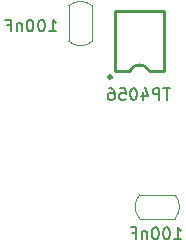
<source format=gbo>
G04 Layer: BottomSilkscreenLayer*
G04 EasyEDA Pro v2.2.27.1, 2024-09-15 10:59:50*
G04 Gerber Generator version 0.3*
G04 Scale: 100 percent, Rotated: No, Reflected: No*
G04 Dimensions in millimeters*
G04 Leading zeros omitted, absolute positions, 3 integers and 5 decimals*
%TF.GenerationSoftware,KiCad,Pcbnew,8.0.5*%
%TF.CreationDate,2024-10-25T22:44:06+08:00*%
%TF.ProjectId,TP4056_Lithium_battery_charging,54503430-3536-45f4-9c69-746869756d5f,rev?*%
%TF.SameCoordinates,Original*%
%TF.FileFunction,Legend,Bot*%
%TF.FilePolarity,Positive*%
%FSLAX46Y46*%
G04 Gerber Fmt 4.6, Leading zero omitted, Abs format (unit mm)*
G04 Created by KiCad (PCBNEW 8.0.5) date 2024-10-25 22:44:06*
%MOMM*%
%LPD*%
G01*
G04 APERTURE LIST*
%ADD10C,0.150000*%
%ADD11C,0.120000*%
%ADD12C,0.254000*%
G04 APERTURE END LIST*
D10*
X125947619Y-124754819D02*
X126519047Y-124754819D01*
X126233333Y-124754819D02*
X126233333Y-123754819D01*
X126233333Y-123754819D02*
X126328571Y-123897676D01*
X126328571Y-123897676D02*
X126423809Y-123992914D01*
X126423809Y-123992914D02*
X126519047Y-124040533D01*
X125328571Y-123754819D02*
X125233333Y-123754819D01*
X125233333Y-123754819D02*
X125138095Y-123802438D01*
X125138095Y-123802438D02*
X125090476Y-123850057D01*
X125090476Y-123850057D02*
X125042857Y-123945295D01*
X125042857Y-123945295D02*
X124995238Y-124135771D01*
X124995238Y-124135771D02*
X124995238Y-124373866D01*
X124995238Y-124373866D02*
X125042857Y-124564342D01*
X125042857Y-124564342D02*
X125090476Y-124659580D01*
X125090476Y-124659580D02*
X125138095Y-124707200D01*
X125138095Y-124707200D02*
X125233333Y-124754819D01*
X125233333Y-124754819D02*
X125328571Y-124754819D01*
X125328571Y-124754819D02*
X125423809Y-124707200D01*
X125423809Y-124707200D02*
X125471428Y-124659580D01*
X125471428Y-124659580D02*
X125519047Y-124564342D01*
X125519047Y-124564342D02*
X125566666Y-124373866D01*
X125566666Y-124373866D02*
X125566666Y-124135771D01*
X125566666Y-124135771D02*
X125519047Y-123945295D01*
X125519047Y-123945295D02*
X125471428Y-123850057D01*
X125471428Y-123850057D02*
X125423809Y-123802438D01*
X125423809Y-123802438D02*
X125328571Y-123754819D01*
X124376190Y-123754819D02*
X124280952Y-123754819D01*
X124280952Y-123754819D02*
X124185714Y-123802438D01*
X124185714Y-123802438D02*
X124138095Y-123850057D01*
X124138095Y-123850057D02*
X124090476Y-123945295D01*
X124090476Y-123945295D02*
X124042857Y-124135771D01*
X124042857Y-124135771D02*
X124042857Y-124373866D01*
X124042857Y-124373866D02*
X124090476Y-124564342D01*
X124090476Y-124564342D02*
X124138095Y-124659580D01*
X124138095Y-124659580D02*
X124185714Y-124707200D01*
X124185714Y-124707200D02*
X124280952Y-124754819D01*
X124280952Y-124754819D02*
X124376190Y-124754819D01*
X124376190Y-124754819D02*
X124471428Y-124707200D01*
X124471428Y-124707200D02*
X124519047Y-124659580D01*
X124519047Y-124659580D02*
X124566666Y-124564342D01*
X124566666Y-124564342D02*
X124614285Y-124373866D01*
X124614285Y-124373866D02*
X124614285Y-124135771D01*
X124614285Y-124135771D02*
X124566666Y-123945295D01*
X124566666Y-123945295D02*
X124519047Y-123850057D01*
X124519047Y-123850057D02*
X124471428Y-123802438D01*
X124471428Y-123802438D02*
X124376190Y-123754819D01*
X123614285Y-124088152D02*
X123614285Y-124754819D01*
X123614285Y-124183390D02*
X123566666Y-124135771D01*
X123566666Y-124135771D02*
X123471428Y-124088152D01*
X123471428Y-124088152D02*
X123328571Y-124088152D01*
X123328571Y-124088152D02*
X123233333Y-124135771D01*
X123233333Y-124135771D02*
X123185714Y-124231009D01*
X123185714Y-124231009D02*
X123185714Y-124754819D01*
X122376190Y-124231009D02*
X122709523Y-124231009D01*
X122709523Y-124754819D02*
X122709523Y-123754819D01*
X122709523Y-123754819D02*
X122233333Y-123754819D01*
X115347619Y-107154819D02*
X115919047Y-107154819D01*
X115633333Y-107154819D02*
X115633333Y-106154819D01*
X115633333Y-106154819D02*
X115728571Y-106297676D01*
X115728571Y-106297676D02*
X115823809Y-106392914D01*
X115823809Y-106392914D02*
X115919047Y-106440533D01*
X114728571Y-106154819D02*
X114633333Y-106154819D01*
X114633333Y-106154819D02*
X114538095Y-106202438D01*
X114538095Y-106202438D02*
X114490476Y-106250057D01*
X114490476Y-106250057D02*
X114442857Y-106345295D01*
X114442857Y-106345295D02*
X114395238Y-106535771D01*
X114395238Y-106535771D02*
X114395238Y-106773866D01*
X114395238Y-106773866D02*
X114442857Y-106964342D01*
X114442857Y-106964342D02*
X114490476Y-107059580D01*
X114490476Y-107059580D02*
X114538095Y-107107200D01*
X114538095Y-107107200D02*
X114633333Y-107154819D01*
X114633333Y-107154819D02*
X114728571Y-107154819D01*
X114728571Y-107154819D02*
X114823809Y-107107200D01*
X114823809Y-107107200D02*
X114871428Y-107059580D01*
X114871428Y-107059580D02*
X114919047Y-106964342D01*
X114919047Y-106964342D02*
X114966666Y-106773866D01*
X114966666Y-106773866D02*
X114966666Y-106535771D01*
X114966666Y-106535771D02*
X114919047Y-106345295D01*
X114919047Y-106345295D02*
X114871428Y-106250057D01*
X114871428Y-106250057D02*
X114823809Y-106202438D01*
X114823809Y-106202438D02*
X114728571Y-106154819D01*
X113776190Y-106154819D02*
X113680952Y-106154819D01*
X113680952Y-106154819D02*
X113585714Y-106202438D01*
X113585714Y-106202438D02*
X113538095Y-106250057D01*
X113538095Y-106250057D02*
X113490476Y-106345295D01*
X113490476Y-106345295D02*
X113442857Y-106535771D01*
X113442857Y-106535771D02*
X113442857Y-106773866D01*
X113442857Y-106773866D02*
X113490476Y-106964342D01*
X113490476Y-106964342D02*
X113538095Y-107059580D01*
X113538095Y-107059580D02*
X113585714Y-107107200D01*
X113585714Y-107107200D02*
X113680952Y-107154819D01*
X113680952Y-107154819D02*
X113776190Y-107154819D01*
X113776190Y-107154819D02*
X113871428Y-107107200D01*
X113871428Y-107107200D02*
X113919047Y-107059580D01*
X113919047Y-107059580D02*
X113966666Y-106964342D01*
X113966666Y-106964342D02*
X114014285Y-106773866D01*
X114014285Y-106773866D02*
X114014285Y-106535771D01*
X114014285Y-106535771D02*
X113966666Y-106345295D01*
X113966666Y-106345295D02*
X113919047Y-106250057D01*
X113919047Y-106250057D02*
X113871428Y-106202438D01*
X113871428Y-106202438D02*
X113776190Y-106154819D01*
X113014285Y-106488152D02*
X113014285Y-107154819D01*
X113014285Y-106583390D02*
X112966666Y-106535771D01*
X112966666Y-106535771D02*
X112871428Y-106488152D01*
X112871428Y-106488152D02*
X112728571Y-106488152D01*
X112728571Y-106488152D02*
X112633333Y-106535771D01*
X112633333Y-106535771D02*
X112585714Y-106631009D01*
X112585714Y-106631009D02*
X112585714Y-107154819D01*
X111776190Y-106631009D02*
X112109523Y-106631009D01*
X112109523Y-107154819D02*
X112109523Y-106154819D01*
X112109523Y-106154819D02*
X111633333Y-106154819D01*
X125590475Y-111954819D02*
X125019047Y-111954819D01*
X125304761Y-112954819D02*
X125304761Y-111954819D01*
X124685713Y-112954819D02*
X124685713Y-111954819D01*
X124685713Y-111954819D02*
X124304761Y-111954819D01*
X124304761Y-111954819D02*
X124209523Y-112002438D01*
X124209523Y-112002438D02*
X124161904Y-112050057D01*
X124161904Y-112050057D02*
X124114285Y-112145295D01*
X124114285Y-112145295D02*
X124114285Y-112288152D01*
X124114285Y-112288152D02*
X124161904Y-112383390D01*
X124161904Y-112383390D02*
X124209523Y-112431009D01*
X124209523Y-112431009D02*
X124304761Y-112478628D01*
X124304761Y-112478628D02*
X124685713Y-112478628D01*
X123257142Y-112288152D02*
X123257142Y-112954819D01*
X123495237Y-111907200D02*
X123733332Y-112621485D01*
X123733332Y-112621485D02*
X123114285Y-112621485D01*
X122542856Y-111954819D02*
X122447618Y-111954819D01*
X122447618Y-111954819D02*
X122352380Y-112002438D01*
X122352380Y-112002438D02*
X122304761Y-112050057D01*
X122304761Y-112050057D02*
X122257142Y-112145295D01*
X122257142Y-112145295D02*
X122209523Y-112335771D01*
X122209523Y-112335771D02*
X122209523Y-112573866D01*
X122209523Y-112573866D02*
X122257142Y-112764342D01*
X122257142Y-112764342D02*
X122304761Y-112859580D01*
X122304761Y-112859580D02*
X122352380Y-112907200D01*
X122352380Y-112907200D02*
X122447618Y-112954819D01*
X122447618Y-112954819D02*
X122542856Y-112954819D01*
X122542856Y-112954819D02*
X122638094Y-112907200D01*
X122638094Y-112907200D02*
X122685713Y-112859580D01*
X122685713Y-112859580D02*
X122733332Y-112764342D01*
X122733332Y-112764342D02*
X122780951Y-112573866D01*
X122780951Y-112573866D02*
X122780951Y-112335771D01*
X122780951Y-112335771D02*
X122733332Y-112145295D01*
X122733332Y-112145295D02*
X122685713Y-112050057D01*
X122685713Y-112050057D02*
X122638094Y-112002438D01*
X122638094Y-112002438D02*
X122542856Y-111954819D01*
X121304761Y-111954819D02*
X121780951Y-111954819D01*
X121780951Y-111954819D02*
X121828570Y-112431009D01*
X121828570Y-112431009D02*
X121780951Y-112383390D01*
X121780951Y-112383390D02*
X121685713Y-112335771D01*
X121685713Y-112335771D02*
X121447618Y-112335771D01*
X121447618Y-112335771D02*
X121352380Y-112383390D01*
X121352380Y-112383390D02*
X121304761Y-112431009D01*
X121304761Y-112431009D02*
X121257142Y-112526247D01*
X121257142Y-112526247D02*
X121257142Y-112764342D01*
X121257142Y-112764342D02*
X121304761Y-112859580D01*
X121304761Y-112859580D02*
X121352380Y-112907200D01*
X121352380Y-112907200D02*
X121447618Y-112954819D01*
X121447618Y-112954819D02*
X121685713Y-112954819D01*
X121685713Y-112954819D02*
X121780951Y-112907200D01*
X121780951Y-112907200D02*
X121828570Y-112859580D01*
X120399999Y-111954819D02*
X120590475Y-111954819D01*
X120590475Y-111954819D02*
X120685713Y-112002438D01*
X120685713Y-112002438D02*
X120733332Y-112050057D01*
X120733332Y-112050057D02*
X120828570Y-112192914D01*
X120828570Y-112192914D02*
X120876189Y-112383390D01*
X120876189Y-112383390D02*
X120876189Y-112764342D01*
X120876189Y-112764342D02*
X120828570Y-112859580D01*
X120828570Y-112859580D02*
X120780951Y-112907200D01*
X120780951Y-112907200D02*
X120685713Y-112954819D01*
X120685713Y-112954819D02*
X120495237Y-112954819D01*
X120495237Y-112954819D02*
X120399999Y-112907200D01*
X120399999Y-112907200D02*
X120352380Y-112859580D01*
X120352380Y-112859580D02*
X120304761Y-112764342D01*
X120304761Y-112764342D02*
X120304761Y-112526247D01*
X120304761Y-112526247D02*
X120352380Y-112431009D01*
X120352380Y-112431009D02*
X120399999Y-112383390D01*
X120399999Y-112383390D02*
X120495237Y-112335771D01*
X120495237Y-112335771D02*
X120685713Y-112335771D01*
X120685713Y-112335771D02*
X120780951Y-112383390D01*
X120780951Y-112383390D02*
X120828570Y-112431009D01*
X120828570Y-112431009D02*
X120876189Y-112526247D01*
D11*
%TO.C,C3*%
X123000000Y-123000000D02*
X126000000Y-123000000D01*
X126000000Y-121000000D02*
X123000000Y-121000000D01*
X126000000Y-121000000D02*
G75*
G02*
X126000000Y-123000000I-1122254J-1000000D01*
G01*
X123000000Y-123000000D02*
G75*
G02*
X123000000Y-121000000I1122254J1000000D01*
G01*
%TO.C,C6*%
X119000000Y-108000000D02*
X119000000Y-105000000D01*
X117000000Y-105000000D02*
X117000000Y-108000000D01*
X117000000Y-105000000D02*
G75*
G02*
X119000000Y-105000000I1000000J-1122254D01*
G01*
X119000000Y-108000000D02*
G75*
G02*
X117000000Y-108000000I-1000000J1122254D01*
G01*
D12*
%TO.C,U1*%
X120670000Y-111030000D02*
G75*
G02*
X120330000Y-111030000I-170000J0D01*
G01*
X120330000Y-111030000D02*
G75*
G02*
X120670000Y-111030000I170000J0D01*
G01*
X122200000Y-110500000D02*
G75*
G02*
X123800000Y-110500000I800000J-375000D01*
G01*
X120950000Y-110550000D02*
X120950000Y-105450000D01*
X120950000Y-105450000D02*
X125050000Y-105450000D01*
X120950000Y-110550000D02*
X122200000Y-110550000D01*
X125050000Y-110550000D02*
X123800000Y-110550000D01*
X125050000Y-105450000D02*
X125050000Y-110550000D01*
%TD*%
M02*

</source>
